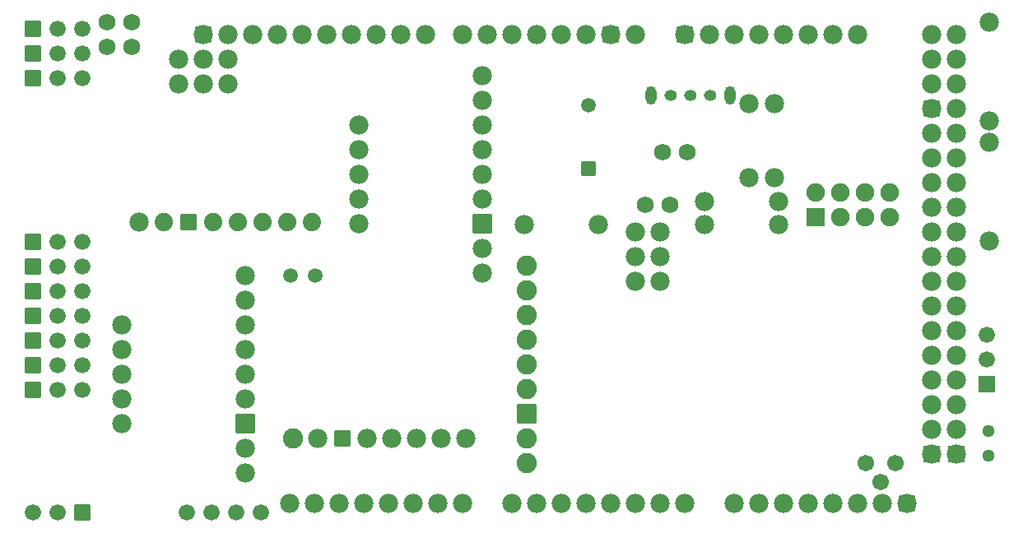
<source format=gbs>
G04 Layer: BottomSolderMaskLayer*
G04 EasyEDA v6.5.23, 2023-06-13 15:15:08*
G04 1e32025c192248609e1912bf01cfb9d3,5f8968b253fc4aed9fc2cb8881c97923,10*
G04 Gerber Generator version 0.2*
G04 Scale: 100 percent, Rotated: No, Reflected: No *
G04 Dimensions in inches *
G04 leading zeros omitted , absolute positions ,3 integer and 6 decimal *
%FSLAX36Y36*%
%MOIN*%

%AMMACRO1*1,1,$1,$2,$3*1,1,$1,$4,$5*1,1,$1,0-$2,0-$3*1,1,$1,0-$4,0-$5*20,1,$1,$2,$3,$4,$5,0*20,1,$1,$4,$5,0-$2,0-$3,0*20,1,$1,0-$2,0-$3,0-$4,0-$5,0*20,1,$1,0-$4,0-$5,$2,$3,0*4,1,4,$2,$3,$4,$5,0-$2,0-$3,0-$4,0-$5,$2,$3,0*%
%ADD10C,0.0660*%
%ADD11R,0.0660X0.0660*%
%ADD12C,0.0510*%
%ADD13MACRO1,0.004X-0.031X0.031X0.031X0.031*%
%ADD14MACRO1,0.004X0.031X0.031X0.031X-0.031*%
%ADD15MACRO1,0.004X0.031X-0.031X-0.031X-0.031*%
%ADD16C,0.0820*%
%ADD17MACRO1,0.008X0.035X-0.035X-0.035X-0.035*%
%ADD18C,0.0591*%
%ADD19MACRO1,0.004X-0.0354X0.0354X0.0354X0.0354*%
%ADD20C,0.0749*%
%ADD21C,0.0780*%
%ADD22MACRO1,0.004X0.037X-0.037X-0.037X-0.037*%
%ADD23MACRO1,0.004X-0.03X0.03X0.03X0.03*%
%ADD24C,0.0780*%
%ADD25C,0.0740*%
%ADD26MACRO1,0.004X-0.0277X-0.0277X-0.0277X0.0277*%
%ADD27C,0.0594*%
%ADD28C,0.0690*%
%ADD29C,0.0670*%
%ADD30O,0.05124000000000001X0.04337*%
%ADD31O,0.04337X0.07486599999999999*%
%ADD32O,0.0177X0.07486599999999999*%

%LPD*%
D10*
G01*
X3925000Y785000D03*
G01*
X3925000Y685000D03*
D11*
G01*
X3925000Y585000D03*
D12*
G01*
X3930000Y295000D03*
G01*
X3930000Y395000D03*
D13*
G01*
X260000Y65000D03*
D10*
G01*
X160000Y65000D03*
G01*
X60000Y65000D03*
G01*
X1150000Y2000000D03*
G01*
X1050000Y2000000D03*
G01*
X950000Y2000000D03*
G01*
X850000Y2000000D03*
D13*
G01*
X750000Y2000000D03*
D14*
G01*
X2400000Y2000000D03*
D10*
G01*
X2500000Y2000000D03*
D13*
G01*
X2700000Y2000000D03*
D10*
G01*
X2800000Y2000000D03*
G01*
X2900000Y2000000D03*
G01*
X3000000Y2000000D03*
D15*
G01*
X3600000Y100000D03*
D10*
G01*
X3500000Y100000D03*
G01*
X3400000Y100000D03*
G01*
X3300000Y100000D03*
G01*
X3200000Y100000D03*
G01*
X3100000Y100000D03*
G01*
X3000000Y100000D03*
G01*
X2900000Y100000D03*
G01*
X2200000Y100000D03*
G01*
X2300000Y100000D03*
G01*
X2400000Y100000D03*
G01*
X2500000Y100000D03*
G01*
X2600000Y100000D03*
G01*
X2700000Y100000D03*
D16*
G01*
X2060000Y1065000D03*
G01*
X2060000Y965000D03*
G01*
X2060000Y865000D03*
G01*
X2060000Y765000D03*
G01*
X2060000Y665000D03*
G01*
X2060000Y565000D03*
D17*
G01*
X2060000Y465000D03*
D16*
G01*
X2060000Y365000D03*
G01*
X2060000Y265000D03*
D10*
G01*
X685000Y65000D03*
G01*
X785000Y65000D03*
G01*
X885000Y65000D03*
G01*
X985000Y65000D03*
D18*
G01*
X1105000Y1025000D03*
G01*
X1205000Y1025000D03*
D19*
G01*
X3230102Y1260000D03*
D20*
G01*
X3230000Y1360010D03*
G01*
X3330000Y1260010D03*
G01*
X3330000Y1360010D03*
G01*
X3430000Y1260010D03*
G01*
X3430000Y1360010D03*
G01*
X3530000Y1260010D03*
G01*
X3530000Y1360010D03*
D21*
G01*
X3935000Y1650000D03*
G01*
X3935000Y2050000D03*
G01*
X3935000Y1165000D03*
G01*
X3935000Y1565000D03*
G01*
X920000Y225000D03*
G01*
X420000Y425000D03*
G01*
X420000Y525000D03*
G01*
X420000Y625000D03*
G01*
X420000Y825000D03*
G01*
X420000Y725000D03*
G01*
X920000Y825000D03*
G01*
X920000Y725000D03*
G01*
X920000Y1025000D03*
G01*
X920000Y925000D03*
G01*
X920000Y525000D03*
G01*
X920000Y625000D03*
G01*
X920000Y325000D03*
D22*
G01*
X920000Y425000D03*
D21*
G01*
X1880000Y1035000D03*
G01*
X1380000Y1235000D03*
G01*
X1380000Y1335000D03*
G01*
X1380000Y1435000D03*
G01*
X1380000Y1635000D03*
G01*
X1380000Y1535000D03*
G01*
X1880000Y1635000D03*
G01*
X1880000Y1535000D03*
G01*
X1880000Y1835000D03*
G01*
X1880000Y1735000D03*
G01*
X1880000Y1335000D03*
G01*
X1880000Y1435000D03*
G01*
X1880000Y1135000D03*
D22*
G01*
X1880000Y1235000D03*
D16*
G01*
X1115000Y365000D03*
D21*
G01*
X1215000Y365000D03*
D23*
G01*
X1315000Y365000D03*
D21*
G01*
X1415000Y365000D03*
G01*
X1515000Y365000D03*
G01*
X1615000Y365000D03*
G01*
X1715000Y365000D03*
G01*
X1815000Y365000D03*
D24*
G01*
X490000Y1240000D03*
D25*
G01*
X590000Y1240000D03*
D23*
G01*
X690000Y1240000D03*
D25*
G01*
X790000Y1240000D03*
G01*
X890000Y1240000D03*
G01*
X990000Y1240000D03*
G01*
X1090000Y1240000D03*
G01*
X1190000Y1240000D03*
D26*
G01*
X2310000Y1457050D03*
D27*
G01*
X2310000Y1712950D03*
D10*
G01*
X3800000Y800000D03*
G01*
X3700000Y800000D03*
G01*
X3800000Y900000D03*
G01*
X3700000Y900000D03*
G01*
X3800000Y1000000D03*
G01*
X3700000Y1000000D03*
G01*
X3800000Y1100000D03*
G01*
X3700000Y1100000D03*
G01*
X3800000Y1200000D03*
G01*
X3700000Y1200000D03*
G01*
X3800000Y1300000D03*
G01*
X3700000Y1300000D03*
G01*
X3800000Y1400000D03*
G01*
X3700000Y1400000D03*
G01*
X3800000Y1500000D03*
G01*
X3700000Y1500000D03*
G01*
X3800000Y1600000D03*
G01*
X3700000Y1600000D03*
G01*
X3800000Y1700000D03*
D14*
G01*
X3700000Y1700000D03*
D11*
G01*
X3800000Y300000D03*
G01*
X3700000Y300000D03*
D28*
G01*
X2710000Y1525000D03*
G01*
X2610000Y1525000D03*
D21*
G01*
X3080000Y1325000D03*
G01*
X2780000Y1325000D03*
D28*
G01*
X2640000Y1310000D03*
G01*
X2540000Y1310000D03*
D21*
G01*
X3080000Y1230000D03*
G01*
X2780000Y1230000D03*
D29*
G01*
X3435950Y262399D03*
G01*
X3554059Y262399D03*
G01*
X3495000Y187600D03*
D21*
G01*
X3065000Y1420000D03*
G01*
X3065000Y1720000D03*
G01*
X2960000Y1420000D03*
G01*
X2960000Y1720000D03*
G01*
X2050000Y1230000D03*
G01*
X2350000Y1230000D03*
D10*
G01*
X260000Y2025000D03*
G01*
X160000Y2025000D03*
D13*
G01*
X60000Y2025000D03*
D10*
G01*
X260000Y1925000D03*
G01*
X160000Y1925000D03*
D13*
G01*
X60000Y1925000D03*
D10*
G01*
X260000Y1825000D03*
G01*
X160000Y1825000D03*
D13*
G01*
X60000Y1825000D03*
D10*
G01*
X260000Y1160000D03*
G01*
X160000Y1160000D03*
D13*
G01*
X60000Y1160000D03*
D10*
G01*
X260000Y1060000D03*
G01*
X160000Y1060000D03*
D13*
G01*
X60000Y1060000D03*
D10*
G01*
X260000Y960000D03*
G01*
X160000Y960000D03*
D13*
G01*
X60000Y960000D03*
D10*
G01*
X260000Y860000D03*
G01*
X160000Y860000D03*
D13*
G01*
X60000Y860000D03*
D10*
G01*
X260000Y760000D03*
G01*
X160000Y760000D03*
D13*
G01*
X60000Y760000D03*
D10*
G01*
X260000Y660000D03*
G01*
X160000Y660000D03*
D13*
G01*
X60000Y660000D03*
D10*
G01*
X260000Y560000D03*
G01*
X160000Y560000D03*
D13*
G01*
X60000Y560000D03*
D30*
G01*
X2803689Y1755000D03*
G01*
X2724989Y1755000D03*
G01*
X2646310Y1755000D03*
D31*
G01*
X2563609Y1755000D03*
G01*
X2886400Y1755000D03*
D28*
G01*
X360000Y1950000D03*
G01*
X360000Y2050000D03*
G01*
X460000Y1950000D03*
G01*
X460000Y2050000D03*
D10*
G01*
X1300000Y100000D03*
G01*
X1200000Y100000D03*
G01*
X1100000Y100000D03*
D24*
G01*
X3800000Y2000000D03*
G01*
X3800000Y1900000D03*
G01*
X3800000Y1800000D03*
G01*
X3800000Y1700000D03*
G01*
X3800000Y1600000D03*
G01*
X3800000Y1500000D03*
G01*
X3800000Y1400000D03*
G01*
X3800000Y1300000D03*
G01*
X3800000Y1200000D03*
G01*
X3800000Y1100000D03*
G01*
X3800000Y1000000D03*
G01*
X3800000Y900000D03*
G01*
X3800000Y800000D03*
G01*
X3800000Y700000D03*
G01*
X3800000Y600000D03*
G01*
X3800000Y500000D03*
G01*
X3800000Y400000D03*
G01*
X3800000Y300000D03*
G01*
X3700000Y300000D03*
G01*
X3700000Y400000D03*
G01*
X3700000Y500000D03*
G01*
X3700000Y600000D03*
G01*
X3700000Y700000D03*
G01*
X3700000Y800000D03*
G01*
X3700000Y900000D03*
G01*
X3700000Y1000000D03*
G01*
X3700000Y1100000D03*
G01*
X3700000Y1200000D03*
G01*
X3700000Y1300000D03*
G01*
X3700000Y1400000D03*
G01*
X3700000Y1500000D03*
G01*
X3700000Y1600000D03*
G01*
X3700000Y1700000D03*
G01*
X3700000Y1800000D03*
G01*
X3700000Y1900000D03*
G01*
X3700000Y2000000D03*
G01*
X3500000Y100000D03*
G01*
X3600000Y100000D03*
G01*
X2500000Y1000000D03*
G01*
X2500000Y1100000D03*
G01*
X2500000Y1200000D03*
G01*
X2600000Y1000000D03*
G01*
X2600000Y1100000D03*
G01*
X2600000Y1200000D03*
G01*
X1100000Y100000D03*
G01*
X1200000Y100000D03*
G01*
X1300000Y100000D03*
G01*
X1400000Y100000D03*
G01*
X1500000Y100000D03*
G01*
X1600000Y100000D03*
G01*
X1700000Y100000D03*
G01*
X1800000Y100000D03*
G01*
X2000000Y100000D03*
G01*
X2100000Y100000D03*
G01*
X2200000Y100000D03*
G01*
X2300000Y100000D03*
G01*
X2400000Y100000D03*
G01*
X2500000Y100000D03*
G01*
X2600000Y100000D03*
G01*
X2700000Y100000D03*
G01*
X2900000Y100000D03*
G01*
X3000000Y100000D03*
G01*
X3100000Y100000D03*
G01*
X3200000Y100000D03*
G01*
X3300000Y100000D03*
G01*
X3400000Y100000D03*
G01*
X3400000Y2000000D03*
G01*
X3300000Y2000000D03*
G01*
X3200000Y2000000D03*
G01*
X3100000Y2000000D03*
G01*
X3000000Y2000000D03*
G01*
X2900000Y2000000D03*
G01*
X2800000Y2000000D03*
G01*
X2700000Y2000000D03*
G01*
X2500000Y2000000D03*
G01*
X2400000Y2000000D03*
G01*
X2300000Y2000000D03*
G01*
X2200000Y2000000D03*
G01*
X2100000Y2000000D03*
G01*
X2000000Y2000000D03*
G01*
X1900000Y2000000D03*
G01*
X1800000Y2000000D03*
G01*
X1650000Y2000000D03*
G01*
X1550000Y2000000D03*
G01*
X1450000Y2000000D03*
G01*
X1350000Y2000000D03*
G01*
X1250000Y2000000D03*
G01*
X1150000Y2000000D03*
G01*
X1050000Y2000000D03*
G01*
X950000Y2000000D03*
G01*
X850000Y2000000D03*
G01*
X750000Y2000000D03*
G01*
X850000Y1800000D03*
G01*
X750000Y1800000D03*
G01*
X650000Y1800000D03*
G01*
X850000Y1900000D03*
G01*
X750000Y1900000D03*
G01*
X650000Y1900000D03*
M02*

</source>
